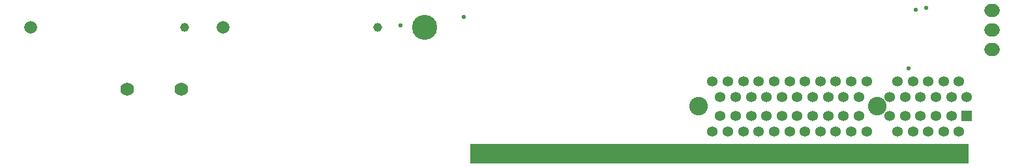
<source format=gbs>
G75*
%MOIN*%
%OFA0B0*%
%FSLAX25Y25*%
%IPPOS*%
%LPD*%
%AMOC8*
5,1,8,0,0,1.08239X$1,22.5*
%
%ADD10C,0.12838*%
%ADD11R,2.55118X0.10433*%
%ADD12C,0.06933*%
%ADD13R,0.03390X0.08901*%
%ADD14C,0.04571*%
%ADD15C,0.06539*%
%ADD16C,0.05358*%
%ADD17R,0.05358X0.05358*%
%ADD18C,0.09492*%
%ADD19C,0.06602*%
%ADD20C,0.02209*%
D10*
X0224597Y0078123D03*
D11*
X0375187Y0013260D03*
D12*
X0072431Y0046233D03*
X0099990Y0046233D03*
D13*
X0251565Y0013752D03*
X0255502Y0013752D03*
X0259439Y0013752D03*
X0263376Y0013752D03*
X0267313Y0013752D03*
X0271250Y0013752D03*
X0275187Y0013752D03*
X0279124Y0013752D03*
X0283061Y0013752D03*
X0286998Y0013752D03*
X0290935Y0013752D03*
X0294872Y0013752D03*
X0298809Y0013752D03*
X0302746Y0013752D03*
X0306683Y0013752D03*
X0310620Y0013752D03*
X0314557Y0013752D03*
X0318494Y0013752D03*
X0322431Y0013752D03*
X0326368Y0013752D03*
X0330305Y0013752D03*
X0334242Y0013752D03*
X0338179Y0013752D03*
X0342116Y0013752D03*
X0346053Y0013752D03*
X0349990Y0013752D03*
X0353927Y0013752D03*
X0357864Y0013752D03*
X0361801Y0013752D03*
X0365738Y0013752D03*
X0369675Y0013752D03*
X0373612Y0013752D03*
X0377549Y0013752D03*
X0381486Y0013752D03*
X0385423Y0013752D03*
X0389360Y0013752D03*
X0409045Y0013752D03*
X0412982Y0013752D03*
X0416919Y0013752D03*
X0420856Y0013752D03*
X0424793Y0013752D03*
X0428730Y0013752D03*
X0432667Y0013752D03*
X0436604Y0013752D03*
X0440541Y0013752D03*
X0444478Y0013752D03*
X0448415Y0013752D03*
X0452352Y0013752D03*
X0456289Y0013752D03*
X0460226Y0013752D03*
X0464163Y0013752D03*
X0468100Y0013752D03*
X0472037Y0013752D03*
X0475975Y0013752D03*
X0479912Y0013752D03*
X0483849Y0013752D03*
X0487786Y0013752D03*
X0491723Y0013752D03*
X0495660Y0013752D03*
X0499597Y0013752D03*
D14*
X0200384Y0078123D03*
X0101959Y0078123D03*
D15*
X0121644Y0078123D03*
X0023219Y0078123D03*
D16*
X0371644Y0050367D03*
X0379518Y0050367D03*
X0387392Y0050367D03*
X0395266Y0050367D03*
X0403140Y0050367D03*
X0411014Y0050367D03*
X0418888Y0050367D03*
X0426762Y0050367D03*
X0434636Y0050367D03*
X0442510Y0050367D03*
X0450384Y0050367D03*
X0466132Y0050367D03*
X0474006Y0050367D03*
X0481880Y0050367D03*
X0489754Y0050367D03*
X0497628Y0050367D03*
X0493691Y0042493D03*
X0501565Y0042493D03*
X0485817Y0042493D03*
X0477943Y0042493D03*
X0470069Y0042493D03*
X0462195Y0042493D03*
X0446447Y0042493D03*
X0438573Y0042493D03*
X0430699Y0042493D03*
X0422825Y0042493D03*
X0414951Y0042493D03*
X0407077Y0042493D03*
X0399203Y0042493D03*
X0391329Y0042493D03*
X0383455Y0042493D03*
X0375581Y0042493D03*
X0375581Y0032650D03*
X0383455Y0032650D03*
X0391329Y0032650D03*
X0399203Y0032650D03*
X0407077Y0032650D03*
X0414951Y0032650D03*
X0422825Y0032650D03*
X0430699Y0032650D03*
X0438573Y0032650D03*
X0446447Y0032650D03*
X0462195Y0032650D03*
X0470069Y0032650D03*
X0477943Y0032650D03*
X0485817Y0032650D03*
X0493691Y0032650D03*
X0489754Y0024776D03*
X0481880Y0024776D03*
X0474006Y0024776D03*
X0466132Y0024776D03*
X0450384Y0024776D03*
X0442510Y0024776D03*
X0434636Y0024776D03*
X0426762Y0024776D03*
X0418888Y0024776D03*
X0411014Y0024776D03*
X0403140Y0024776D03*
X0395266Y0024776D03*
X0387392Y0024776D03*
X0379518Y0024776D03*
X0371644Y0024776D03*
X0497628Y0024776D03*
D17*
X0501565Y0032650D03*
D18*
X0455699Y0037571D03*
X0364557Y0037571D03*
D19*
X0513921Y0066548D02*
X0515193Y0066548D01*
X0515193Y0076548D02*
X0513921Y0076548D01*
X0513921Y0086548D02*
X0515193Y0086548D01*
D20*
X0480699Y0087965D03*
X0475581Y0086981D03*
X0471841Y0056863D03*
X0244478Y0083241D03*
X0212195Y0078910D03*
M02*

</source>
